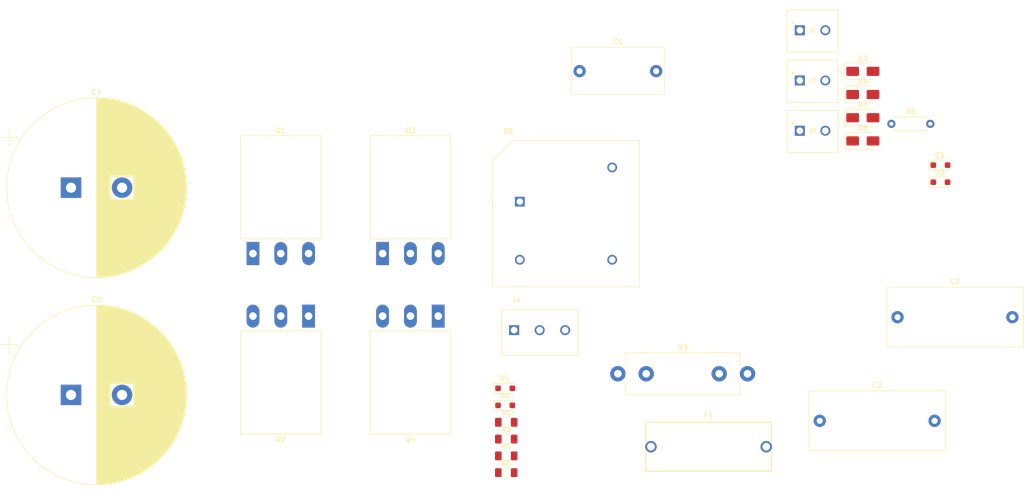
<source format=kicad_pcb>
(kicad_pcb (version 20221018) (generator pcbnew)
  (layers (0 "F.Cu" signal) (31 "B.Cu" signal) (34 "B.Paste" user) (35 "F.Paste" user) (36 "B.SilkS" user "B.Silkscreen") (37 "F.SilkS" user "F.Silkscreen") (38 "B.Mask" user) (39 "F.Mask" user) (44 "Edge.Cuts" user))
  (net 0 "")
  (net 1 "GDT2A")
  (net 2 "Earth")
  (net 3 "Net-(Q1-C)")
  (net 4 "GDT1A")
  (net 5 "Net-(D1-A)")
  (net 6 "GDT2B")
  (net 7 "Net-(D2-A)")
  (net 8 "GDT1B")
  (net 9 "GDT3A")
  (net 10 "Net-(D5-A)")
  (net 11 "GDT4B")
  (net 12 "Net-(D6-A)")
  (net 13 "GDT3B")
  (net 14 "NTRL")
  (net 15 "Net-(D9-PadAC2)")
  (net 16 "HOT")
  (footprint "conn:PHOENIX_1935161" (layer "F.Cu") (at 182.925 42.17)
    (fp_text reference "J3" (at 0 0) (layer "F.SilkS") (effects (font (size 0.787402 0.787402))))
    (fp_text value "Screw_Terminal_01x02")
    (pad "1" thru_hole rect (at -2.5 0) (size 1.95 1.95) (drill 1.3) (layers "*.Cu" "*.Mask") (net 13 "GDT3B"))
    (pad "2" thru_hole circle (at 2.5 0) (size 1.95 1.95) (drill 1.3) (layers "*.Cu" "*.Mask") (net 8 "GDT1B"))
  )
  (footprint "conn:DIOB_GBPC3510W" (layer "F.Cu") (at 134.62 58.42)
    (fp_text reference "D9" (at -11.35 -16.135) (layer "F.SilkS"))
    (fp_text value "GBPC3510W")
    (pad "" np_thru_hole circle (at 0 0) (size 5.84 5.84) (drill 5.84) (layers "*.Cu" "*.Mask"))
    (pad "+" thru_hole rect (at -9.05 -2.35) (size 1.905 1.905) (drill 1.27) (layers "*.Cu" "*.Mask") (net 3 "Net-(Q1-C)"))
    (pad "-" thru_hole circle (at 9.05 9.05) (size 1.905 1.905) (drill 1.27) (layers "*.Cu" "*.Mask") (net 1 "GDT2A"))
    (pad "AC1" thru_hole circle (at 9.05 -9.05) (size 1.905 1.905) (drill 1.27) (layers "*.Cu" "*.Mask") (net 14 "NTRL"))
    (pad "AC2" thru_hole circle (at -9.05 9.05) (size 1.905 1.905) (drill 1.27) (layers "*.Cu" "*.Mask") (net 15 "Net-(D9-PadAC2)"))
  )
  (footprint "Capacitor_THT:CP_Radial_D35.0mm_P10.00mm_SnapIn" (layer "F.Cu") (at 37.649002 53.34)
    (fp_text reference "C4" (at 5 -18.75) (layer "F.SilkS"))
    (fp_text value "1000uF")
    (pad "1" thru_hole rect (at 0 0) (size 4 4) (drill 2) (layers "*.Cu" "*.Mask") (net 3 "Net-(Q1-C)"))
    (pad "2" thru_hole circle (at 10 0) (size 4 4) (drill 2) (layers "*.Cu" "*.Mask") (net 1 "GDT2A"))
  )
  (footprint "Capacitor_THT:C_Rect_L26.5mm_W11.5mm_P22.50mm_MKS4" (layer "F.Cu") (at 184.33 99.06)
    (fp_text reference "C3" (at 11.25 -7) (layer "F.SilkS"))
    (fp_text value "2.2uF")
    (pad "1" thru_hole circle (at 0 0) (size 2.4 2.4) (drill 1.2) (layers "*.Cu" "*.Mask") (net 3 "Net-(Q1-C)"))
    (pad "2" thru_hole circle (at 22.5 0) (size 2.4 2.4) (drill 1.2) (layers "*.Cu" "*.Mask") (net 1 "GDT2A"))
  )
  (footprint "Resistor_SMD:R_1206_3216Metric_Pad1.30x1.75mm_HandSolder" (layer "F.Cu") (at 122.91 105.93)
    (fp_text reference "R4" (at 0 -1.82) (layer "F.SilkS"))
    (fp_text value "R_US")
    (pad "1" smd roundrect (at -1.55 0) (size 1.3 1.75) (layers "F.Cu" "F.Paste" "F.Mask") (roundrect_rratio 0.192308) (net 10 "Net-(D5-A)"))
    (pad "2" smd roundrect (at 1.55 0) (size 1.3 1.75) (layers "F.Cu" "F.Paste" "F.Mask") (roundrect_rratio 0.192308) (net 9 "GDT3A"))
  )
  (footprint "Diode_SMD:D_SMA" (layer "F.Cu") (at 192.77 39.62)
    (fp_text reference "D7" (at 0 -2.5) (layer "F.SilkS"))
    (fp_text value "D_TVS")
    (pad "1" smd roundrect (at -2 0) (size 2.5 1.8) (layers "F.Cu" "F.Paste" "F.Mask") (roundrect_rratio 0.1388888889) (net 10 "Net-(D5-A)"))
    (pad "2" smd roundrect (at 2 0) (size 2.5 1.8) (layers "F.Cu" "F.Paste" "F.Mask") (roundrect_rratio 0.1388888889) (net 13 "GDT3B"))
  )
  (footprint "conn:PHOENIX_1935161" (layer "F.Cu") (at 182.925 32.32)
    (fp_text reference "J2" (at 0 0) (layer "F.SilkS") (effects (font (size 0.787402 0.787402))))
    (fp_text value "Screw_Terminal_01x02")
    (pad "1" thru_hole rect (at -2.5 0) (size 1.95 1.95) (drill 1.3) (layers "*.Cu" "*.Mask") (net 6 "GDT2B"))
    (pad "2" thru_hole circle (at 2.5 0) (size 1.95 1.95) (drill 1.3) (layers "*.Cu" "*.Mask") (net 1 "GDT2A"))
  )
  (footprint "Package_TO_SOT_THT:TO-3P-3_Horizontal_TabDown" (layer "F.Cu") (at 84.19 78.525 180)
    (fp_text reference "Q2" (at 5.45 -24.12) (layer "F.SilkS"))
    (fp_text value "STGP7NC60HD")
    (pad "" np_thru_hole oval (at 5.45 -18.8 180) (size 3.4 3.4) (drill 3.4) (layers "*.Cu" "*.Mask"))
    (pad "1" thru_hole rect (at 0 0 180) (size 2.5 4.5) (drill 1.5) (layers "*.Cu" "*.Mask") (net 7 "Net-(D2-A)"))
    (pad "2" thru_hole oval (at 5.45 0 180) (size 2.5 4.5) (drill 1.5) (layers "*.Cu" "*.Mask") (net 8 "GDT1B"))
    (pad "3" thru_hole oval (at 10.9 0 180) (size 2.5 4.5) (drill 1.5) (layers "*.Cu" "*.Mask") (net 1 "GDT2A"))
  )
  (footprint "Package_TO_SOT_THT:TO-3P-3_Horizontal_TabDown" (layer "F.Cu") (at 109.59 78.525 180)
    (fp_text reference "Q4" (at 5.45 -24.12) (layer "F.SilkS"))
    (fp_text value "STGP7NC60HD")
    (pad "" np_thru_hole oval (at 5.45 -18.8 180) (size 3.4 3.4) (drill 3.4) (layers "*.Cu" "*.Mask"))
    (pad "1" thru_hole rect (at 0 0 180) (size 2.5 4.5) (drill 1.5) (layers "*.Cu" "*.Mask") (net 12 "Net-(D6-A)"))
    (pad "2" thru_hole oval (at 5.45 0 180) (size 2.5 4.5) (drill 1.5) (layers "*.Cu" "*.Mask") (net 13 "GDT3B"))
    (pad "3" thru_hole oval (at 10.9 0 180) (size 2.5 4.5) (drill 1.5) (layers "*.Cu" "*.Mask") (net 1 "GDT2A"))
  )
  (footprint "Package_TO_SOT_THT:TO-3P-3_Horizontal_TabDown" (layer "F.Cu") (at 98.69 66.255)
    (fp_text reference "Q3" (at 5.45 -24.12) (layer "F.SilkS"))
    (fp_text value "STGP7NC60HD")
    (pad "" np_thru_hole oval (at 5.45 -18.8) (size 3.4 3.4) (drill 3.4) (layers "*.Cu" "*.Mask"))
    (pad "1" thru_hole rect (at 0 0) (size 2.5 4.5) (drill 1.5) (layers "*.Cu" "*.Mask") (net 10 "Net-(D5-A)"))
    (pad "2" thru_hole oval (at 5.45 0) (size 2.5 4.5) (drill 1.5) (layers "*.Cu" "*.Mask") (net 3 "Net-(Q1-C)"))
    (pad "3" thru_hole oval (at 10.9 0) (size 2.5 4.5) (drill 1.5) (layers "*.Cu" "*.Mask") (net 13 "GDT3B"))
  )
  (footprint "Resistor_THT:R_Axial_DIN0207_L6.3mm_D2.5mm_P7.62mm_Horizontal" (layer "F.Cu") (at 198.365 40.82)
    (fp_text reference "R6" (at 3.81 -2.37) (layer "F.SilkS"))
    (fp_text value "100k 1W")
    (pad "1" thru_hole circle (at 0 0) (size 1.6 1.6) (drill 0.8) (layers "*.Cu" "*.Mask") (net 3 "Net-(Q1-C)"))
    (pad "2" thru_hole oval (at 7.62 0) (size 1.6 1.6) (drill 0.8) (layers "*.Cu" "*.Mask") (net 1 "GDT2A"))
  )
  (footprint "Capacitor_THT:CP_Radial_D35.0mm_P10.00mm_SnapIn" (layer "F.Cu") (at 37.649002 93.98)
    (fp_text reference "C5" (at 5 -18.75) (layer "F.SilkS"))
    (fp_text value "1000uF")
    (pad "1" thru_hole rect (at 0 0) (size 4 4) (drill 2) (layers "*.Cu" "*.Mask") (net 3 "Net-(Q1-C)"))
    (pad "2" thru_hole circle (at 10 0) (size 4 4) (drill 2) (layers "*.Cu" "*.Mask") (net 1 "GDT2A"))
  )
  (footprint "Resistor_THT:R_Axial_Shunt_L22.2mm_W8.0mm_PS14.30mm_P25.40mm" (layer "F.Cu") (at 144.78 89.83)
    (fp_text reference "R3" (at 12.7 -5.12) (layer "F.SilkS"))
    (fp_text value "10k 10W")
    (pad "1" thru_hole circle (at 0 0) (size 3 3) (drill 1.5) (layers "*.Cu" "*.Mask") (net 13 "GDT3B"))
    (pad "2" thru_hole oval (at 5.55 0) (size 3 3) (drill 1.5) (layers "*.Cu" "*.Mask") (net 8 "GDT1B"))
    (pad "3" thru_hole oval (at 19.85 0) (size 3 3) (drill 1.5) (layers "*.Cu" "*.Mask"))
    (pad "4" thru_hole oval (at 25.4 0) (size 3 3) (drill 1.5) (layers "*.Cu" "*.Mask"))
  )
  (footprint "Resistor_SMD:R_1206_3216Metric_Pad1.30x1.75mm_HandSolder" (layer "F.Cu") (at 122.91 99.35)
    (fp_text reference "R1" (at 0 -1.82) (layer "F.SilkS"))
    (fp_text value "R_US")
    (pad "1" smd roundrect (at -1.55 0) (size 1.3 1.75) (layers "F.Cu" "F.Paste" "F.Mask") (roundrect_rratio 0.192308) (net 5 "Net-(D1-A)"))
    (pad "2" smd roundrect (at 1.55 0) (size 1.3 1.75) (layers "F.Cu" "F.Paste" "F.Mask") (roundrect_rratio 0.192308) (net 4 "GDT1A"))
  )
  (footprint "Diode_SMD:D_SOD-123F" (layer "F.Cu") (at 122.705 96.03)
    (fp_text reference "D6" (at -0.127 -1.905) (layer "F.SilkS"))
    (fp_text value "D")
    (pad "1" smd roundrect (at -1.4 0) (size 1.1 1.1) (layers "F.Cu" "F.Paste" "F.Mask") (roundrect_rratio 0.2272727273) (net 11 "GDT4B"))
    (pad "2" smd roundrect (at 1.4 0) (size 1.1 1.1) (layers "F.Cu" "F.Paste" "F.Mask") (roundrect_rratio 0.2272727273) (net 12 "Net-(D6-A)"))
  )
  (footprint "conn:PHOENIX_1935174" (layer "F.Cu") (at 129.46 81.28)
    (fp_text reference "J4" (at -4.575 -5.885) (layer "F.SilkS"))
    (fp_text value "Screw_Terminal_01x03")
    (pad "1" thru_hole rect (at -5 0) (size 1.95 1.95) (drill 1.3) (layers "*.Cu" "*.Mask") (net 14 "NTRL"))
    (pad "2" thru_hole circle (at 0 0) (size 1.95 1.95) (drill 1.3) (layers "*.Cu" "*.Mask") (net 16 "HOT"))
    (pad "3" thru_hole circle (at 5 0) (size 1.95 1.95) (drill 1.3) (layers "*.Cu" "*.Mask") (net 2 "Earth"))
  )
  (footprint "Diode_SMD:D_SMA" (layer "F.Cu") (at 192.77 30.52)
    (fp_text reference "D3" (at 0 -2.5) (layer "F.SilkS"))
    (fp_text value "D_TVS")
    (pad "1" smd roundrect (at -2 0) (size 2.5 1.8) (layers "F.Cu" "F.Paste" "F.Mask") (roundrect_rratio 0.1388888889) (net 5 "Net-(D1-A)"))
    (pad "2" smd roundrect (at 2 0) (size 2.5 1.8) (layers "F.Cu" "F.Paste" "F.Mask") (roundrect_rratio 0.1388888889) (net 8 "GDT1B"))
  )
  (footprint "Diode_SMD:D_SOD-123F" (layer "F.Cu") (at 207.97 48.92)
    (fp_text reference "D1" (at -0.127 -1.905) (layer "F.SilkS"))
    (fp_text value "D")
    (pad "1" smd roundrect (at -1.4 0) (size 1.1 1.1) (layers "F.Cu" "F.Paste" "F.Mask") (roundrect_rratio 0.2272727273) (net 4 "GDT1A"))
    (pad "2" smd roundrect (at 1.4 0) (size 1.1 1.1) (layers "F.Cu" "F.Paste" "F.Mask") (roundrect_rratio 0.2272727273) (net 5 "Net-(D1-A)"))
  )
  (footprint "Package_TO_SOT_THT:TO-3P-3_Horizontal_TabDown" (layer "F.Cu") (at 73.29 66.255)
    (fp_text reference "Q1" (at 5.45 -24.12) (layer "F.SilkS"))
    (fp_text value "STGP7NC60HD")
    (pad "" np_thru_hole oval (at 5.45 -18.8) (size 3.4 3.4) (drill 3.4) (layers "*.Cu" "*.Mask"))
    (pad "1" thru_hole rect (at 0 0) (size 2.5 4.5) (drill 1.5) (layers "*.Cu" "*.Mask") (net 5 "Net-(D1-A)"))
    (pad "2" thru_hole oval (at 5.45 0) (size 2.5 4.5) (drill 1.5) (layers "*.Cu" "*.Mask") (net 3 "Net-(Q1-C)"))
    (pad "3" thru_hole oval (at 10.9 0) (size 2.5 4.5) (drill 1.5) (layers "*.Cu" "*.Mask") (net 8 "GDT1B"))
  )
  (footprint "Resistor_SMD:R_1206_3216Metric_Pad1.30x1.75mm_HandSolder" (layer "F.Cu") (at 122.91 102.64)
    (fp_text reference "R2" (at 0 -1.82) (layer "F.SilkS"))
    (fp_text value "R_US")
    (pad "1" smd roundrect (at -1.55 0) (size 1.3 1.75) (layers "F.Cu" "F.Paste" "F.Mask") (roundrect_rratio 0.192308) (net 7 "Net-(D2-A)"))
    (pad "2" smd roundrect (at 1.55 0) (size 1.3 1.75) (layers "F.Cu" "F.Paste" "F.Mask") (roundrect_rratio 0.192308) (net 6 "GDT2B"))
  )
  (footprint "Resistor_SMD:R_1206_3216Metric_Pad1.30x1.75mm_HandSolder" (layer "F.Cu") (at 122.91 109.22)
    (fp_text reference "R5" (at 0 -1.82) (layer "F.SilkS"))
    (fp_text value "R_US")
    (pad "1" smd roundrect (at -1.55 0) (size 1.3 1.75) (layers "F.Cu" "F.Paste" "F.Mask") (roundrect_rratio 0.192308) (net 12 "Net-(D6-A)"))
    (pad "2" smd roundrect (at 1.55 0) (size 1.3 1.75) (layers "F.Cu" "F.Paste" "F.Mask") (roundrect_rratio 0.192308) (net 11 "GDT4B"))
  )
  (footprint "Diode_SMD:D_SOD-123F" (layer "F.Cu") (at 122.705 92.68)
    (fp_text reference "D5" (at -0.127 -1.905) (layer "F.SilkS"))
    (fp_text value "D")
    (pad "1" smd roundrect (at -1.4 0) (size 1.1 1.1) (layers "F.Cu" "F.Paste" "F.Mask") (roundrect_rratio 0.2272727273) (net 9 "GDT3A"))
    (pad "2" smd roundrect (at 1.4 0) (size 1.1 1.1) (layers "F.Cu" "F.Paste" "F.Mask") (roundrect_rratio 0.2272727273) (net 10 "Net-(D5-A)"))
  )
  (footprint "conn:696108003002" (layer "F.Cu") (at 162.56 104.14)
    (fp_text reference "F1" (at 0 -6.135) (layer "F.SilkS"))
    (fp_text value "10A")
    (pad "1" thru_hole circle (at -11.3 0) (size 2.25 2.25) (drill 1.5) (layers "*.Cu" "*.Mask") (net 15 "Net-(D9-PadAC2)"))
    (pad "2" thru_hole circle (at 11.3 0) (size 2.25 2.25) (drill 1.5) (layers "*.Cu" "*.Mask") (net 16 "HOT"))
  )
  (footprint "Diode_SMD:D_SOD-123F" (layer "F.Cu") (at 207.97 52.27)
    (fp_text reference "D2" (at -0.127 -1.905) (layer "F.SilkS"))
    (fp_text value "D")
    (pad "1" smd roundrect (at -1.4 0) (size 1.1 1.1) (layers "F.Cu" "F.Paste" "F.Mask") (roundrect_rratio 0.2272727273) (net 6 "GDT2B"))
    (pad "2" smd roundrect (at 1.4 0) (size 1.1 1.1) (layers "F.Cu" "F.Paste" "F.Mask") (roundrect_rratio 0.2272727273) (net 7 "Net-(D2-A)"))
  )
  (footprint "Capacitor_THT:C_Rect_L18.0mm_W9.0mm_P15.00mm_FKS3_FKP3" (layer "F.Cu") (at 137.28 30.48)
    (fp_text reference "C1" (at 7.5 -5.75) (layer "F.SilkS"))
    (fp_text value "68nF PP")
    (pad "1" thru_hole circle (at 0 0) (size 2.4 2.4) (drill 1.2) (layers "*.Cu" "*.Mask") (net 1 "GDT2A"))
    (pad "2" thru_hole circle (at 15 0) (size 2.4 2.4) (drill 1.2) (layers "*.Cu" "*.Mask") (net 2 "Earth"))
  )
  (footprint "Diode_SMD:D_SMA" (layer "F.Cu") (at 192.77 35.07)
    (fp_text reference "D4" (at 0 -2.5) (layer "F.SilkS"))
    (fp_text value "D_TVS")
    (pad "1" smd roundrect (at -2 0) (size 2.5 1.8) (layers "F.Cu" "F.Paste" "F.Mask") (roundrect_rratio 0.1388888889) (net 7 "Net-(D2-A)"))
    (pad "2" smd roundrect (at 2 0) (size 2.5 1.8) (layers "F.Cu" "F.Paste" "F.Mask") (roundrect_rratio 0.1388888889) (net 1 "GDT2A"))
  )
  (footprint "Capacitor_THT:C_Rect_L26.5mm_W11.5mm_P22.50mm_MKS4" (layer "F.Cu") (at 199.57 78.74)
    (fp_text reference "C2" (at 11.25 -7) (layer "F.SilkS"))
    (fp_text value "2.2uF")
    (pad "1" thru_hole circle (at 0 0) (size 2.4 2.4) (drill 1.2) (layers "*.Cu" "*.Mask") (net 3 "Net-(Q1-C)"))
    (pad "2" thru_hole circle (at 22.5 0) (size 2.4 2.4) (drill 1.2) (layers "*.Cu" "*.Mask") (net 1 "GDT2A"))
  )
  (footprint "conn:PHOENIX_1935161" (layer "F.Cu") (at 182.925 22.47)
    (fp_text reference "J1" (at 0 0) (layer "F.SilkS") (effects (font (size 0.787402 0.787402))))
    (fp_text value "Screw_Terminal_01x02")
    (pad "1" thru_hole rect (at -2.5 0) (size 1.95 1.95) (drill 1.3) (layers "*.Cu" "*.Mask") (net 8 "GDT1B"))
    (pad "2" thru_hole circle (at 2.5 0) (size 1.95 1.95) (drill 1.3) (layers "*.Cu" "*.Mask") (net 4 "GDT1A"))
  )
  (footprint "Diode_SMD:D_SMA" (layer "F.Cu") (at 192.77 44.17)
    (fp_text reference "D8" (at 0 -2.5) (layer "F.SilkS"))
    (fp_text value "D_TVS")
    (pad "1" smd roundrect (at -2 0) (size 2.5 1.8) (layers "F.Cu" "F.Paste" "F.Mask") (roundrect_rratio 0.1388888889) (net 12 "Net-(D6-A)"))
    (pad "2" smd roundrect (at 2 0) (size 2.5 1.8) (layers "F.Cu" "F.Paste" "F.Mask") (roundrect_rratio 0.1388888889) (net 1 "GDT2A"))
  )
)
</source>
